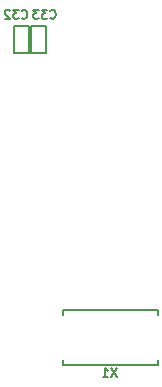
<source format=gbo>
G04 (created by PCBNEW (2013-07-07 BZR 4022)-stable) date Tue 03 Dec 2013 19:18:52 NZDT*
%MOIN*%
G04 Gerber Fmt 3.4, Leading zero omitted, Abs format*
%FSLAX34Y34*%
G01*
G70*
G90*
G04 APERTURE LIST*
%ADD10C,0.00590551*%
%ADD11C,0.005*%
G04 APERTURE END LIST*
G54D10*
G54D11*
X69350Y-68500D02*
X69350Y-67600D01*
X69350Y-67600D02*
X68850Y-67600D01*
X68850Y-67600D02*
X68850Y-68500D01*
X68850Y-68500D02*
X69350Y-68500D01*
X69900Y-68500D02*
X69900Y-67600D01*
X69900Y-67600D02*
X69400Y-67600D01*
X69400Y-67600D02*
X69400Y-68500D01*
X69400Y-68500D02*
X69900Y-68500D01*
G54D10*
X73624Y-78905D02*
X73624Y-78748D01*
X73624Y-78905D02*
X70475Y-78905D01*
X70475Y-78905D02*
X70475Y-78748D01*
X73624Y-77094D02*
X73624Y-77251D01*
X73624Y-77094D02*
X70475Y-77094D01*
X70475Y-77094D02*
X70475Y-77251D01*
G54D11*
X69092Y-67342D02*
X69107Y-67357D01*
X69150Y-67371D01*
X69178Y-67371D01*
X69221Y-67357D01*
X69250Y-67328D01*
X69264Y-67300D01*
X69278Y-67242D01*
X69278Y-67200D01*
X69264Y-67142D01*
X69250Y-67114D01*
X69221Y-67085D01*
X69178Y-67071D01*
X69150Y-67071D01*
X69107Y-67085D01*
X69092Y-67100D01*
X68992Y-67071D02*
X68807Y-67071D01*
X68907Y-67185D01*
X68864Y-67185D01*
X68835Y-67200D01*
X68821Y-67214D01*
X68807Y-67242D01*
X68807Y-67314D01*
X68821Y-67342D01*
X68835Y-67357D01*
X68864Y-67371D01*
X68950Y-67371D01*
X68978Y-67357D01*
X68992Y-67342D01*
X68692Y-67100D02*
X68678Y-67085D01*
X68650Y-67071D01*
X68578Y-67071D01*
X68550Y-67085D01*
X68535Y-67100D01*
X68521Y-67128D01*
X68521Y-67157D01*
X68535Y-67200D01*
X68707Y-67371D01*
X68521Y-67371D01*
X70042Y-67342D02*
X70057Y-67357D01*
X70100Y-67371D01*
X70128Y-67371D01*
X70171Y-67357D01*
X70200Y-67328D01*
X70214Y-67300D01*
X70228Y-67242D01*
X70228Y-67200D01*
X70214Y-67142D01*
X70200Y-67114D01*
X70171Y-67085D01*
X70128Y-67071D01*
X70100Y-67071D01*
X70057Y-67085D01*
X70042Y-67100D01*
X69942Y-67071D02*
X69757Y-67071D01*
X69857Y-67185D01*
X69814Y-67185D01*
X69785Y-67200D01*
X69771Y-67214D01*
X69757Y-67242D01*
X69757Y-67314D01*
X69771Y-67342D01*
X69785Y-67357D01*
X69814Y-67371D01*
X69900Y-67371D01*
X69928Y-67357D01*
X69942Y-67342D01*
X69657Y-67071D02*
X69471Y-67071D01*
X69571Y-67185D01*
X69528Y-67185D01*
X69500Y-67200D01*
X69485Y-67214D01*
X69471Y-67242D01*
X69471Y-67314D01*
X69485Y-67342D01*
X69500Y-67357D01*
X69528Y-67371D01*
X69614Y-67371D01*
X69642Y-67357D01*
X69657Y-67342D01*
X72258Y-79013D02*
X72058Y-79313D01*
X72058Y-79013D02*
X72258Y-79313D01*
X71787Y-79313D02*
X71958Y-79313D01*
X71873Y-79313D02*
X71873Y-79013D01*
X71901Y-79056D01*
X71930Y-79084D01*
X71958Y-79099D01*
M02*

</source>
